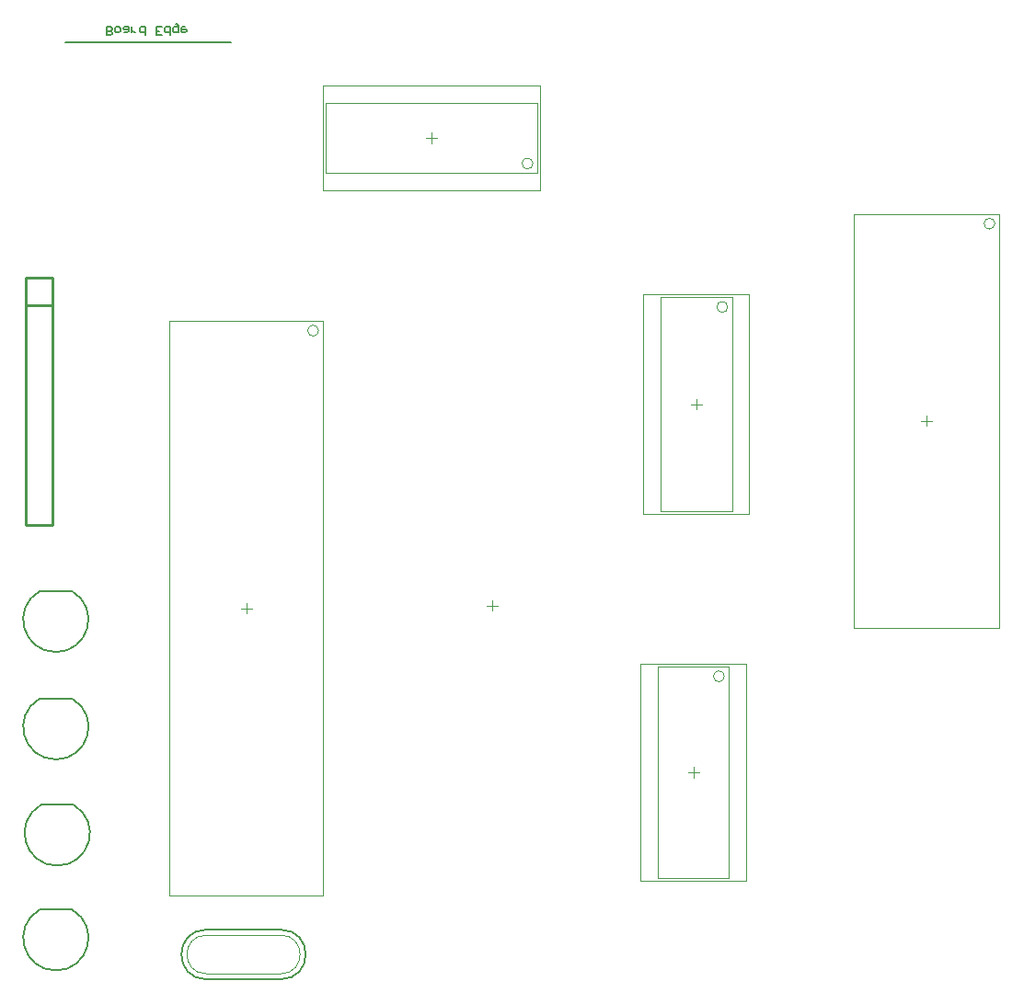
<source format=gko>
G04 Layer_Color=16720538*
%FSLAX25Y25*%
%MOIN*%
G70*
G01*
G75*
%ADD10C,0.01000*%
%ADD11C,0.00500*%
%ADD12C,0.00200*%
%ADD13C,0.00600*%
%ADD14C,0.00394*%
%ADD15C,0.00591*%
%ADD16C,0.00197*%
D10*
X119101Y398500D02*
X109301D01*
X119101D02*
Y408400D01*
Y318600D02*
Y408400D01*
Y318600D02*
X109301D01*
Y408400D01*
X119101D02*
X109301D01*
D11*
X183601Y493800D02*
X123601D01*
X138601Y496251D02*
Y499250D01*
X140100D01*
X140600Y498750D01*
Y498250D01*
X140100Y497751D01*
X138601D01*
X140100D01*
X140600Y497251D01*
Y496751D01*
X140100Y496251D01*
X138601D01*
X142100Y499250D02*
X143099D01*
X143599Y498750D01*
Y497751D01*
X143099Y497251D01*
X142100D01*
X141600Y497751D01*
Y498750D01*
X142100Y499250D01*
X145099Y497251D02*
X146098D01*
X146598Y497751D01*
Y499250D01*
X145099D01*
X144599Y498750D01*
X145099Y498250D01*
X146598D01*
X147598Y497251D02*
Y499250D01*
Y498250D01*
X148098Y497751D01*
X148598Y497251D01*
X149097D01*
X152596Y496251D02*
Y499250D01*
X151097D01*
X150597Y498750D01*
Y497751D01*
X151097Y497251D01*
X152596D01*
X158594Y496251D02*
X156595D01*
Y499250D01*
X158594D01*
X156595Y497751D02*
X157595D01*
X161593Y496251D02*
Y499250D01*
X160094D01*
X159594Y498750D01*
Y497751D01*
X160094Y497251D01*
X161593D01*
X163593Y500250D02*
X164093D01*
X164592Y499750D01*
Y497251D01*
X163093D01*
X162593Y497751D01*
Y498750D01*
X163093Y499250D01*
X164592D01*
X167092D02*
X166092D01*
X165592Y498750D01*
Y497751D01*
X166092Y497251D01*
X167092D01*
X167591Y497751D01*
Y498250D01*
X165592D01*
D12*
X174701Y170000D02*
G03*
X174701Y156000I0J-7000D01*
G01*
X201701D02*
G03*
X201701Y170000I0J7000D01*
G01*
Y156000D02*
X174701D01*
X201701Y170000D02*
X174701D01*
D13*
Y172000D02*
G03*
X174701Y154000I0J-9000D01*
G01*
X201701D02*
G03*
X201701Y172000I0J9000D01*
G01*
Y154000D02*
X174701D01*
X201701Y172000D02*
X174701D01*
D14*
X211445Y389189D02*
G03*
X211445Y389189I1969J0D01*
G01*
X289075Y449748D02*
G03*
X289075Y449748I1969J0D01*
G01*
X456468Y427957D02*
G03*
X456468Y427957I1969J0D01*
G01*
X358484Y263843D02*
G03*
X358484Y263843I1969J0D01*
G01*
X359681Y397736D02*
G03*
X359681Y397736I1969J0D01*
G01*
X216957Y184268D02*
Y392732D01*
X161445Y184268D02*
Y392732D01*
X216957D02*
X161445D01*
X216957Y184268D02*
X161445D01*
X217815Y446205D02*
Y471795D01*
X294587Y446205D02*
Y471795D01*
X217815D01*
X294587Y446205D02*
X217815D01*
X461980Y281500D02*
Y431500D01*
X409421Y281500D02*
Y431500D01*
X461980D02*
X409421D01*
X461980Y281500D02*
X409421D01*
X363996Y190614D02*
Y267386D01*
X338406Y190614D02*
Y267386D01*
X363996D02*
X338406D01*
X363996Y190614D02*
X338406D01*
X365193Y323720D02*
X339209D01*
X365193Y401280D02*
X339209D01*
Y323720D02*
Y401280D01*
X365193Y323720D02*
Y401280D01*
X280169Y289500D02*
X276232D01*
X278201Y287532D02*
Y291469D01*
X191169Y288500D02*
X187232D01*
X189201Y286532D02*
Y290469D01*
X258169Y459000D02*
X254232D01*
X256201Y457032D02*
Y460969D01*
X216831Y439906D02*
Y478094D01*
X295571Y439906D02*
Y478094D01*
X216831D01*
X295571Y439906D02*
X216831D01*
X437669Y356500D02*
X433732D01*
X435701Y354532D02*
Y358469D01*
X353169Y229000D02*
X349232D01*
X351201Y227032D02*
Y230969D01*
X352201Y360532D02*
Y364469D01*
X354169Y362500D02*
X350232D01*
D15*
X114278Y294679D02*
G03*
X126089Y294679I5906J-10229D01*
G01*
X114295Y255729D02*
G03*
X126106Y255729I5906J-10229D01*
G01*
X114295Y179229D02*
G03*
X126106Y179229I5906J-10229D01*
G01*
X114795Y217229D02*
G03*
X126606Y217229I5906J-10229D01*
G01*
X126089Y294679D02*
X114278D01*
X126106Y255729D02*
X114295D01*
X126106Y179229D02*
X114295D01*
X126606Y217229D02*
X114795D01*
D16*
X370295Y189630D02*
Y268370D01*
X332106Y189630D02*
Y268370D01*
X370295D02*
X332106D01*
X370295Y189630D02*
X332106D01*
X371295Y322736D02*
X333106D01*
X371295Y402264D02*
X333106D01*
Y322736D02*
Y402264D01*
X371295Y322736D02*
Y402264D01*
M02*

</source>
